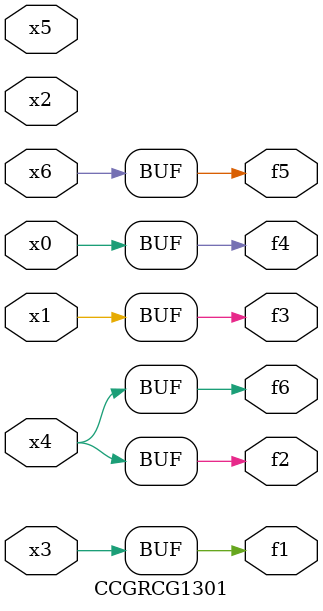
<source format=v>
module CCGRCG1301(
	input x0, x1, x2, x3, x4, x5, x6,
	output f1, f2, f3, f4, f5, f6
);
	assign f1 = x3;
	assign f2 = x4;
	assign f3 = x1;
	assign f4 = x0;
	assign f5 = x6;
	assign f6 = x4;
endmodule

</source>
